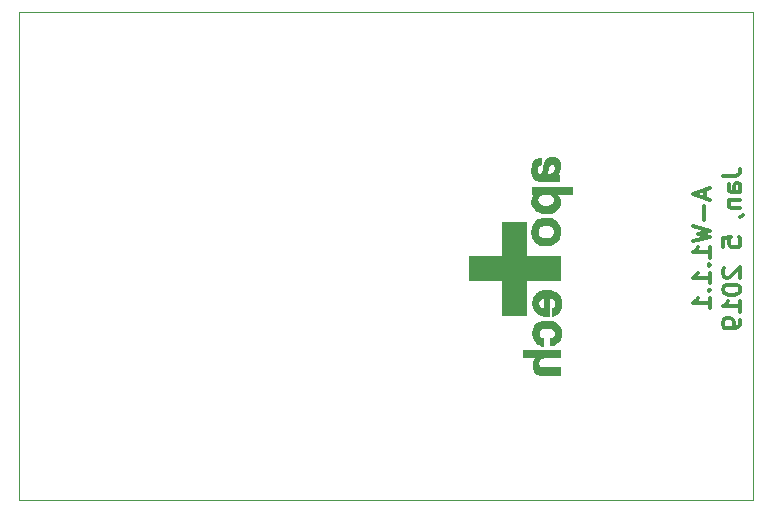
<source format=gbr>
G04 #@! TF.GenerationSoftware,KiCad,Pcbnew,(6.0.0-rc1-dev-1030-g80d50d98b)*
G04 #@! TF.CreationDate,2019-01-07T10:15:23-07:00*
G04 #@! TF.ProjectId,airmed_board_w1.0,6169726D65645F626F6172645F77312E,rev?*
G04 #@! TF.SameCoordinates,Original*
G04 #@! TF.FileFunction,Legend,Bot*
G04 #@! TF.FilePolarity,Positive*
%FSLAX46Y46*%
G04 Gerber Fmt 4.6, Leading zero omitted, Abs format (unit mm)*
G04 Created by KiCad (PCBNEW (6.0.0-rc1-dev-1030-g80d50d98b)) date Monday, January 07, 2019 at 10:15:23 AM*
%MOMM*%
%LPD*%
G01*
G04 APERTURE LIST*
%ADD10C,0.300000*%
%ADD11C,0.050000*%
%ADD12C,0.010000*%
G04 APERTURE END LIST*
D10*
X171618800Y-105540800D02*
X171618800Y-106255085D01*
X172047371Y-105397942D02*
X170547371Y-105897942D01*
X172047371Y-106397942D01*
X171475942Y-106897942D02*
X171475942Y-108040800D01*
X170547371Y-108612228D02*
X172047371Y-108969371D01*
X170975942Y-109255085D01*
X172047371Y-109540800D01*
X170547371Y-109897942D01*
X172047371Y-111255085D02*
X172047371Y-110397942D01*
X172047371Y-110826514D02*
X170547371Y-110826514D01*
X170761657Y-110683657D01*
X170904514Y-110540800D01*
X170975942Y-110397942D01*
X171904514Y-111897942D02*
X171975942Y-111969371D01*
X172047371Y-111897942D01*
X171975942Y-111826514D01*
X171904514Y-111897942D01*
X172047371Y-111897942D01*
X172047371Y-113397942D02*
X172047371Y-112540800D01*
X172047371Y-112969371D02*
X170547371Y-112969371D01*
X170761657Y-112826514D01*
X170904514Y-112683657D01*
X170975942Y-112540800D01*
X171904514Y-114040800D02*
X171975942Y-114112228D01*
X172047371Y-114040800D01*
X171975942Y-113969371D01*
X171904514Y-114040800D01*
X172047371Y-114040800D01*
X172047371Y-115540800D02*
X172047371Y-114683657D01*
X172047371Y-115112228D02*
X170547371Y-115112228D01*
X170761657Y-114969371D01*
X170904514Y-114826514D01*
X170975942Y-114683657D01*
X173097371Y-104326514D02*
X174168800Y-104326514D01*
X174383085Y-104255085D01*
X174525942Y-104112228D01*
X174597371Y-103897942D01*
X174597371Y-103755085D01*
X174597371Y-105683657D02*
X173811657Y-105683657D01*
X173668800Y-105612228D01*
X173597371Y-105469371D01*
X173597371Y-105183657D01*
X173668800Y-105040800D01*
X174525942Y-105683657D02*
X174597371Y-105540800D01*
X174597371Y-105183657D01*
X174525942Y-105040800D01*
X174383085Y-104969371D01*
X174240228Y-104969371D01*
X174097371Y-105040800D01*
X174025942Y-105183657D01*
X174025942Y-105540800D01*
X173954514Y-105683657D01*
X173597371Y-106397942D02*
X174597371Y-106397942D01*
X173740228Y-106397942D02*
X173668800Y-106469371D01*
X173597371Y-106612228D01*
X173597371Y-106826514D01*
X173668800Y-106969371D01*
X173811657Y-107040800D01*
X174597371Y-107040800D01*
X174525942Y-107826514D02*
X174597371Y-107826514D01*
X174740228Y-107755085D01*
X174811657Y-107683657D01*
X173097371Y-110326514D02*
X173097371Y-109612228D01*
X173811657Y-109540800D01*
X173740228Y-109612228D01*
X173668800Y-109755085D01*
X173668800Y-110112228D01*
X173740228Y-110255085D01*
X173811657Y-110326514D01*
X173954514Y-110397942D01*
X174311657Y-110397942D01*
X174454514Y-110326514D01*
X174525942Y-110255085D01*
X174597371Y-110112228D01*
X174597371Y-109755085D01*
X174525942Y-109612228D01*
X174454514Y-109540800D01*
X173240228Y-112112228D02*
X173168800Y-112183657D01*
X173097371Y-112326514D01*
X173097371Y-112683657D01*
X173168800Y-112826514D01*
X173240228Y-112897942D01*
X173383085Y-112969371D01*
X173525942Y-112969371D01*
X173740228Y-112897942D01*
X174597371Y-112040800D01*
X174597371Y-112969371D01*
X173097371Y-113897942D02*
X173097371Y-114040800D01*
X173168800Y-114183657D01*
X173240228Y-114255085D01*
X173383085Y-114326514D01*
X173668800Y-114397942D01*
X174025942Y-114397942D01*
X174311657Y-114326514D01*
X174454514Y-114255085D01*
X174525942Y-114183657D01*
X174597371Y-114040800D01*
X174597371Y-113897942D01*
X174525942Y-113755085D01*
X174454514Y-113683657D01*
X174311657Y-113612228D01*
X174025942Y-113540800D01*
X173668800Y-113540800D01*
X173383085Y-113612228D01*
X173240228Y-113683657D01*
X173168800Y-113755085D01*
X173097371Y-113897942D01*
X174597371Y-115826514D02*
X174597371Y-114969371D01*
X174597371Y-115397942D02*
X173097371Y-115397942D01*
X173311657Y-115255085D01*
X173454514Y-115112228D01*
X173525942Y-114969371D01*
X174597371Y-116540800D02*
X174597371Y-116826514D01*
X174525942Y-116969371D01*
X174454514Y-117040800D01*
X174240228Y-117183657D01*
X173954514Y-117255085D01*
X173383085Y-117255085D01*
X173240228Y-117183657D01*
X173168800Y-117112228D01*
X173097371Y-116969371D01*
X173097371Y-116683657D01*
X173168800Y-116540800D01*
X173240228Y-116469371D01*
X173383085Y-116397942D01*
X173740228Y-116397942D01*
X173883085Y-116469371D01*
X173954514Y-116540800D01*
X174025942Y-116683657D01*
X174025942Y-116969371D01*
X173954514Y-117112228D01*
X173883085Y-117183657D01*
X173740228Y-117255085D01*
D11*
X113487200Y-131826000D02*
X113487200Y-116027200D01*
X175641000Y-131826000D02*
X113487200Y-131826000D01*
X175641000Y-90474800D02*
X175641000Y-131826000D01*
X113487200Y-90474800D02*
X175641000Y-90474800D01*
X113487200Y-91948000D02*
X113487200Y-90474800D01*
X113487200Y-116027200D02*
X113487200Y-91948000D01*
D12*
G04 #@! TO.C,G\002A\002A\002A*
G36*
X154382537Y-113152990D02*
X154382537Y-116080674D01*
X156441274Y-116080674D01*
X156441274Y-113152990D01*
X159315484Y-113152990D01*
X159315484Y-111094253D01*
X156441274Y-111094253D01*
X156441274Y-108260148D01*
X154382537Y-108260148D01*
X154382537Y-111094253D01*
X151588537Y-111094253D01*
X151588537Y-113152990D01*
X154382537Y-113152990D01*
X154382537Y-113152990D01*
G37*
X154382537Y-113152990D02*
X154382537Y-116080674D01*
X156441274Y-116080674D01*
X156441274Y-113152990D01*
X159315484Y-113152990D01*
X159315484Y-111094253D01*
X156441274Y-111094253D01*
X156441274Y-108260148D01*
X154382537Y-108260148D01*
X154382537Y-111094253D01*
X151588537Y-111094253D01*
X151588537Y-113152990D01*
X154382537Y-113152990D01*
G36*
X156895765Y-109175318D02*
X156918775Y-109344296D01*
X156960629Y-109502754D01*
X156981461Y-109558994D01*
X157028706Y-109661074D01*
X157085116Y-109752315D01*
X157156297Y-109840950D01*
X157216810Y-109904749D01*
X157274598Y-109960522D01*
X157324462Y-110002495D01*
X157375645Y-110037367D01*
X157437387Y-110071839D01*
X157470810Y-110088870D01*
X157633843Y-110156999D01*
X157805090Y-110203585D01*
X157981130Y-110228901D01*
X158158541Y-110233222D01*
X158333902Y-110216820D01*
X158503790Y-110179971D01*
X158664785Y-110122946D01*
X158813464Y-110046022D01*
X158917773Y-109973105D01*
X159034802Y-109863195D01*
X159133143Y-109734850D01*
X159211930Y-109589568D01*
X159270298Y-109428846D01*
X159296567Y-109318419D01*
X159307685Y-109235234D01*
X159313504Y-109134793D01*
X159314134Y-109026025D01*
X159309688Y-108917860D01*
X159300274Y-108819225D01*
X159289582Y-108754779D01*
X159241459Y-108586232D01*
X159172032Y-108433623D01*
X159081902Y-108297556D01*
X158971669Y-108178634D01*
X158841932Y-108077463D01*
X158693292Y-107994648D01*
X158526349Y-107930791D01*
X158450641Y-107909701D01*
X158372365Y-107895290D01*
X158275335Y-107885322D01*
X158167170Y-107879870D01*
X158105642Y-107879394D01*
X158105642Y-108512988D01*
X158263925Y-108520115D01*
X158400267Y-108541909D01*
X158515475Y-108578988D01*
X158610356Y-108631970D01*
X158685718Y-108701472D01*
X158742367Y-108788114D01*
X158781111Y-108892512D01*
X158802757Y-109015286D01*
X158805589Y-109048885D01*
X158804448Y-109071729D01*
X158800139Y-109112145D01*
X158793761Y-109160192D01*
X158765742Y-109274680D01*
X158717181Y-109372316D01*
X158648007Y-109453146D01*
X158558149Y-109517218D01*
X158447536Y-109564578D01*
X158316096Y-109595273D01*
X158163758Y-109609349D01*
X158105642Y-109610358D01*
X157946900Y-109602246D01*
X157809178Y-109577828D01*
X157692215Y-109536984D01*
X157595750Y-109479593D01*
X157519520Y-109405533D01*
X157463265Y-109314684D01*
X157462426Y-109312877D01*
X157446449Y-109276596D01*
X157435615Y-109245095D01*
X157428931Y-109211755D01*
X157425406Y-109169958D01*
X157424047Y-109113086D01*
X157423853Y-109055569D01*
X157424228Y-108982809D01*
X157425982Y-108930404D01*
X157430058Y-108891976D01*
X157437397Y-108861144D01*
X157448942Y-108831532D01*
X157460575Y-108807003D01*
X157514022Y-108719461D01*
X157581157Y-108648568D01*
X157663829Y-108593482D01*
X157763887Y-108553359D01*
X157883179Y-108527358D01*
X158023554Y-108514635D01*
X158105642Y-108512988D01*
X158105642Y-107879394D01*
X158055495Y-107879006D01*
X157947929Y-107882804D01*
X157852096Y-107891338D01*
X157781558Y-107903269D01*
X157606795Y-107955485D01*
X157449260Y-108027499D01*
X157309658Y-108118666D01*
X157188695Y-108228343D01*
X157087077Y-108355884D01*
X157005509Y-108500647D01*
X156944697Y-108661986D01*
X156942590Y-108669176D01*
X156907393Y-108831368D01*
X156891878Y-109002212D01*
X156895765Y-109175318D01*
X156895765Y-109175318D01*
G37*
X156895765Y-109175318D02*
X156918775Y-109344296D01*
X156960629Y-109502754D01*
X156981461Y-109558994D01*
X157028706Y-109661074D01*
X157085116Y-109752315D01*
X157156297Y-109840950D01*
X157216810Y-109904749D01*
X157274598Y-109960522D01*
X157324462Y-110002495D01*
X157375645Y-110037367D01*
X157437387Y-110071839D01*
X157470810Y-110088870D01*
X157633843Y-110156999D01*
X157805090Y-110203585D01*
X157981130Y-110228901D01*
X158158541Y-110233222D01*
X158333902Y-110216820D01*
X158503790Y-110179971D01*
X158664785Y-110122946D01*
X158813464Y-110046022D01*
X158917773Y-109973105D01*
X159034802Y-109863195D01*
X159133143Y-109734850D01*
X159211930Y-109589568D01*
X159270298Y-109428846D01*
X159296567Y-109318419D01*
X159307685Y-109235234D01*
X159313504Y-109134793D01*
X159314134Y-109026025D01*
X159309688Y-108917860D01*
X159300274Y-108819225D01*
X159289582Y-108754779D01*
X159241459Y-108586232D01*
X159172032Y-108433623D01*
X159081902Y-108297556D01*
X158971669Y-108178634D01*
X158841932Y-108077463D01*
X158693292Y-107994648D01*
X158526349Y-107930791D01*
X158450641Y-107909701D01*
X158372365Y-107895290D01*
X158275335Y-107885322D01*
X158167170Y-107879870D01*
X158105642Y-107879394D01*
X158105642Y-108512988D01*
X158263925Y-108520115D01*
X158400267Y-108541909D01*
X158515475Y-108578988D01*
X158610356Y-108631970D01*
X158685718Y-108701472D01*
X158742367Y-108788114D01*
X158781111Y-108892512D01*
X158802757Y-109015286D01*
X158805589Y-109048885D01*
X158804448Y-109071729D01*
X158800139Y-109112145D01*
X158793761Y-109160192D01*
X158765742Y-109274680D01*
X158717181Y-109372316D01*
X158648007Y-109453146D01*
X158558149Y-109517218D01*
X158447536Y-109564578D01*
X158316096Y-109595273D01*
X158163758Y-109609349D01*
X158105642Y-109610358D01*
X157946900Y-109602246D01*
X157809178Y-109577828D01*
X157692215Y-109536984D01*
X157595750Y-109479593D01*
X157519520Y-109405533D01*
X157463265Y-109314684D01*
X157462426Y-109312877D01*
X157446449Y-109276596D01*
X157435615Y-109245095D01*
X157428931Y-109211755D01*
X157425406Y-109169958D01*
X157424047Y-109113086D01*
X157423853Y-109055569D01*
X157424228Y-108982809D01*
X157425982Y-108930404D01*
X157430058Y-108891976D01*
X157437397Y-108861144D01*
X157448942Y-108831532D01*
X157460575Y-108807003D01*
X157514022Y-108719461D01*
X157581157Y-108648568D01*
X157663829Y-108593482D01*
X157763887Y-108553359D01*
X157883179Y-108527358D01*
X158023554Y-108514635D01*
X158105642Y-108512988D01*
X158105642Y-107879394D01*
X158055495Y-107879006D01*
X157947929Y-107882804D01*
X157852096Y-107891338D01*
X157781558Y-107903269D01*
X157606795Y-107955485D01*
X157449260Y-108027499D01*
X157309658Y-108118666D01*
X157188695Y-108228343D01*
X157087077Y-108355884D01*
X157005509Y-108500647D01*
X156944697Y-108661986D01*
X156942590Y-108669176D01*
X156907393Y-108831368D01*
X156891878Y-109002212D01*
X156895765Y-109175318D01*
G36*
X156899699Y-104026764D02*
X156922352Y-104173860D01*
X156928820Y-104203411D01*
X156973351Y-104343831D01*
X157037513Y-104467117D01*
X157120338Y-104572228D01*
X157220853Y-104658122D01*
X157338090Y-104723760D01*
X157450590Y-104762962D01*
X157495766Y-104773492D01*
X157547036Y-104782462D01*
X157606556Y-104789961D01*
X157676485Y-104796079D01*
X157758979Y-104800904D01*
X157856196Y-104804525D01*
X157970294Y-104807032D01*
X158103430Y-104808513D01*
X158257761Y-104809059D01*
X158435445Y-104808757D01*
X158546800Y-104808247D01*
X159255326Y-104804411D01*
X159255326Y-104229569D01*
X159158225Y-104209440D01*
X159061123Y-104189310D01*
X159100688Y-104149282D01*
X159149399Y-104089306D01*
X159197607Y-104010764D01*
X159240937Y-103921543D01*
X159271098Y-103841885D01*
X159285121Y-103795706D01*
X159295117Y-103752814D01*
X159301910Y-103706626D01*
X159306323Y-103650557D01*
X159309181Y-103578026D01*
X159310410Y-103527727D01*
X159311379Y-103426872D01*
X159309237Y-103347058D01*
X159303685Y-103282737D01*
X159294421Y-103228361D01*
X159294107Y-103226937D01*
X159253565Y-103096521D01*
X159194163Y-102984826D01*
X159116414Y-102892348D01*
X159020833Y-102819587D01*
X158907934Y-102767039D01*
X158787432Y-102736677D01*
X158718526Y-102730516D01*
X158634499Y-102730859D01*
X158620326Y-102731866D01*
X158620326Y-103349076D01*
X158704691Y-103357026D01*
X158770654Y-103381797D01*
X158819174Y-103424631D01*
X158851212Y-103486769D01*
X158867726Y-103569453D01*
X158869765Y-103671822D01*
X158865997Y-103735713D01*
X158859213Y-103783480D01*
X158846841Y-103825734D01*
X158826311Y-103873084D01*
X158815712Y-103894870D01*
X158752912Y-103995322D01*
X158673207Y-104075494D01*
X158574790Y-104137176D01*
X158566853Y-104140989D01*
X158532289Y-104155922D01*
X158498838Y-104166221D01*
X158459848Y-104172963D01*
X158408670Y-104177229D01*
X158338653Y-104180097D01*
X158322879Y-104180567D01*
X158242262Y-104181804D01*
X158186984Y-104180180D01*
X158157523Y-104175720D01*
X158152432Y-104171542D01*
X158162156Y-104151925D01*
X158164758Y-104150002D01*
X158177361Y-104131006D01*
X158193732Y-104089128D01*
X158212849Y-104027790D01*
X158233691Y-103950415D01*
X158255238Y-103860425D01*
X158266663Y-103808464D01*
X158297244Y-103679913D01*
X158329673Y-103575971D01*
X158365586Y-103494510D01*
X158406621Y-103433404D01*
X158454416Y-103390525D01*
X158510608Y-103363746D01*
X158576836Y-103350940D01*
X158620326Y-103349076D01*
X158620326Y-102731866D01*
X158546013Y-102737148D01*
X158463733Y-102748821D01*
X158433168Y-102755296D01*
X158320021Y-102795774D01*
X158215702Y-102859249D01*
X158124323Y-102942398D01*
X158049993Y-103041901D01*
X158026965Y-103083525D01*
X158001323Y-103138082D01*
X157978942Y-103194758D01*
X157958766Y-103257611D01*
X157939742Y-103330700D01*
X157920815Y-103418084D01*
X157900931Y-103523820D01*
X157879037Y-103651968D01*
X157878535Y-103655007D01*
X157857743Y-103777884D01*
X157839482Y-103877163D01*
X157822757Y-103955752D01*
X157806572Y-104016555D01*
X157789936Y-104062480D01*
X157771852Y-104096432D01*
X157751326Y-104121317D01*
X157727365Y-104140042D01*
X157709004Y-104150532D01*
X157653892Y-104167151D01*
X157590501Y-104168543D01*
X157528945Y-104155856D01*
X157479333Y-104130240D01*
X157471599Y-104123538D01*
X157428279Y-104071723D01*
X157398155Y-104009783D01*
X157379792Y-103933122D01*
X157371757Y-103837147D01*
X157371134Y-103801779D01*
X157372778Y-103719637D01*
X157378313Y-103653016D01*
X157387279Y-103607145D01*
X157388505Y-103603449D01*
X157428893Y-103528597D01*
X157492057Y-103465497D01*
X157576034Y-103415760D01*
X157650389Y-103388515D01*
X157704590Y-103372832D01*
X157708203Y-103087463D01*
X157711816Y-102802095D01*
X157607940Y-102811475D01*
X157462933Y-102836074D01*
X157332449Y-102881942D01*
X157217696Y-102948331D01*
X157119881Y-103034491D01*
X157040215Y-103139674D01*
X157019100Y-103176572D01*
X156971159Y-103287639D01*
X156933807Y-103418099D01*
X156907514Y-103562596D01*
X156892751Y-103715777D01*
X156889989Y-103872284D01*
X156899699Y-104026764D01*
X156899699Y-104026764D01*
G37*
X156899699Y-104026764D02*
X156922352Y-104173860D01*
X156928820Y-104203411D01*
X156973351Y-104343831D01*
X157037513Y-104467117D01*
X157120338Y-104572228D01*
X157220853Y-104658122D01*
X157338090Y-104723760D01*
X157450590Y-104762962D01*
X157495766Y-104773492D01*
X157547036Y-104782462D01*
X157606556Y-104789961D01*
X157676485Y-104796079D01*
X157758979Y-104800904D01*
X157856196Y-104804525D01*
X157970294Y-104807032D01*
X158103430Y-104808513D01*
X158257761Y-104809059D01*
X158435445Y-104808757D01*
X158546800Y-104808247D01*
X159255326Y-104804411D01*
X159255326Y-104229569D01*
X159158225Y-104209440D01*
X159061123Y-104189310D01*
X159100688Y-104149282D01*
X159149399Y-104089306D01*
X159197607Y-104010764D01*
X159240937Y-103921543D01*
X159271098Y-103841885D01*
X159285121Y-103795706D01*
X159295117Y-103752814D01*
X159301910Y-103706626D01*
X159306323Y-103650557D01*
X159309181Y-103578026D01*
X159310410Y-103527727D01*
X159311379Y-103426872D01*
X159309237Y-103347058D01*
X159303685Y-103282737D01*
X159294421Y-103228361D01*
X159294107Y-103226937D01*
X159253565Y-103096521D01*
X159194163Y-102984826D01*
X159116414Y-102892348D01*
X159020833Y-102819587D01*
X158907934Y-102767039D01*
X158787432Y-102736677D01*
X158718526Y-102730516D01*
X158634499Y-102730859D01*
X158620326Y-102731866D01*
X158620326Y-103349076D01*
X158704691Y-103357026D01*
X158770654Y-103381797D01*
X158819174Y-103424631D01*
X158851212Y-103486769D01*
X158867726Y-103569453D01*
X158869765Y-103671822D01*
X158865997Y-103735713D01*
X158859213Y-103783480D01*
X158846841Y-103825734D01*
X158826311Y-103873084D01*
X158815712Y-103894870D01*
X158752912Y-103995322D01*
X158673207Y-104075494D01*
X158574790Y-104137176D01*
X158566853Y-104140989D01*
X158532289Y-104155922D01*
X158498838Y-104166221D01*
X158459848Y-104172963D01*
X158408670Y-104177229D01*
X158338653Y-104180097D01*
X158322879Y-104180567D01*
X158242262Y-104181804D01*
X158186984Y-104180180D01*
X158157523Y-104175720D01*
X158152432Y-104171542D01*
X158162156Y-104151925D01*
X158164758Y-104150002D01*
X158177361Y-104131006D01*
X158193732Y-104089128D01*
X158212849Y-104027790D01*
X158233691Y-103950415D01*
X158255238Y-103860425D01*
X158266663Y-103808464D01*
X158297244Y-103679913D01*
X158329673Y-103575971D01*
X158365586Y-103494510D01*
X158406621Y-103433404D01*
X158454416Y-103390525D01*
X158510608Y-103363746D01*
X158576836Y-103350940D01*
X158620326Y-103349076D01*
X158620326Y-102731866D01*
X158546013Y-102737148D01*
X158463733Y-102748821D01*
X158433168Y-102755296D01*
X158320021Y-102795774D01*
X158215702Y-102859249D01*
X158124323Y-102942398D01*
X158049993Y-103041901D01*
X158026965Y-103083525D01*
X158001323Y-103138082D01*
X157978942Y-103194758D01*
X157958766Y-103257611D01*
X157939742Y-103330700D01*
X157920815Y-103418084D01*
X157900931Y-103523820D01*
X157879037Y-103651968D01*
X157878535Y-103655007D01*
X157857743Y-103777884D01*
X157839482Y-103877163D01*
X157822757Y-103955752D01*
X157806572Y-104016555D01*
X157789936Y-104062480D01*
X157771852Y-104096432D01*
X157751326Y-104121317D01*
X157727365Y-104140042D01*
X157709004Y-104150532D01*
X157653892Y-104167151D01*
X157590501Y-104168543D01*
X157528945Y-104155856D01*
X157479333Y-104130240D01*
X157471599Y-104123538D01*
X157428279Y-104071723D01*
X157398155Y-104009783D01*
X157379792Y-103933122D01*
X157371757Y-103837147D01*
X157371134Y-103801779D01*
X157372778Y-103719637D01*
X157378313Y-103653016D01*
X157387279Y-103607145D01*
X157388505Y-103603449D01*
X157428893Y-103528597D01*
X157492057Y-103465497D01*
X157576034Y-103415760D01*
X157650389Y-103388515D01*
X157704590Y-103372832D01*
X157708203Y-103087463D01*
X157711816Y-102802095D01*
X157607940Y-102811475D01*
X157462933Y-102836074D01*
X157332449Y-102881942D01*
X157217696Y-102948331D01*
X157119881Y-103034491D01*
X157040215Y-103139674D01*
X157019100Y-103176572D01*
X156971159Y-103287639D01*
X156933807Y-103418099D01*
X156907514Y-103562596D01*
X156892751Y-103715777D01*
X156889989Y-103872284D01*
X156899699Y-104026764D01*
G36*
X156203733Y-119392700D02*
X156207326Y-119696832D01*
X156768800Y-119703737D01*
X156887722Y-119705275D01*
X156997370Y-119706839D01*
X157095079Y-119708380D01*
X157178185Y-119709851D01*
X157244023Y-119711200D01*
X157289927Y-119712381D01*
X157313233Y-119713343D01*
X157315445Y-119713763D01*
X157290328Y-119727332D01*
X157254426Y-119756925D01*
X157213042Y-119797214D01*
X157171483Y-119842869D01*
X157135052Y-119888562D01*
X157120540Y-119909567D01*
X157090595Y-119962747D01*
X157059935Y-120028208D01*
X157034853Y-120092428D01*
X157033366Y-120096836D01*
X157018573Y-120143971D01*
X157008469Y-120185394D01*
X157002186Y-120228254D01*
X156998855Y-120279700D01*
X156997607Y-120346881D01*
X156997494Y-120391990D01*
X156998008Y-120470135D01*
X157000075Y-120528623D01*
X157004576Y-120574523D01*
X157012391Y-120614906D01*
X157024401Y-120656842D01*
X157034125Y-120686095D01*
X157087162Y-120807829D01*
X157157635Y-120917623D01*
X157242152Y-121011310D01*
X157337323Y-121084724D01*
X157376714Y-121107022D01*
X157403728Y-121120627D01*
X157429025Y-121132386D01*
X157454699Y-121142448D01*
X157482847Y-121150960D01*
X157515565Y-121158068D01*
X157554948Y-121163921D01*
X157603092Y-121168666D01*
X157662093Y-121172449D01*
X157734046Y-121175420D01*
X157821049Y-121177724D01*
X157925195Y-121179509D01*
X158048582Y-121180923D01*
X158193304Y-121182112D01*
X158361458Y-121183225D01*
X158469932Y-121183890D01*
X159355590Y-121189273D01*
X159355590Y-120560083D01*
X158550142Y-120555767D01*
X158366836Y-120554621D01*
X158208879Y-120553267D01*
X158074885Y-120551671D01*
X157963467Y-120549799D01*
X157873239Y-120547618D01*
X157802813Y-120545095D01*
X157750804Y-120542195D01*
X157715823Y-120538885D01*
X157696486Y-120535132D01*
X157696333Y-120535080D01*
X157613535Y-120494662D01*
X157549870Y-120436369D01*
X157524116Y-120398157D01*
X157509422Y-120369500D01*
X157499773Y-120341792D01*
X157494132Y-120308390D01*
X157491456Y-120262654D01*
X157490706Y-120197944D01*
X157490695Y-120184779D01*
X157491119Y-120117164D01*
X157493197Y-120069370D01*
X157498137Y-120034486D01*
X157507149Y-120005599D01*
X157521439Y-119975797D01*
X157529972Y-119960142D01*
X157591931Y-119872226D01*
X157670495Y-119803523D01*
X157767497Y-119752724D01*
X157861248Y-119723709D01*
X157884915Y-119719156D01*
X157915571Y-119715321D01*
X157955452Y-119712147D01*
X158006795Y-119709579D01*
X158071837Y-119707560D01*
X158152813Y-119706033D01*
X158251961Y-119704940D01*
X158371517Y-119704227D01*
X158513718Y-119703835D01*
X158650405Y-119703714D01*
X159355590Y-119703516D01*
X159355590Y-119088569D01*
X156200140Y-119088569D01*
X156203733Y-119392700D01*
X156203733Y-119392700D01*
G37*
X156203733Y-119392700D02*
X156207326Y-119696832D01*
X156768800Y-119703737D01*
X156887722Y-119705275D01*
X156997370Y-119706839D01*
X157095079Y-119708380D01*
X157178185Y-119709851D01*
X157244023Y-119711200D01*
X157289927Y-119712381D01*
X157313233Y-119713343D01*
X157315445Y-119713763D01*
X157290328Y-119727332D01*
X157254426Y-119756925D01*
X157213042Y-119797214D01*
X157171483Y-119842869D01*
X157135052Y-119888562D01*
X157120540Y-119909567D01*
X157090595Y-119962747D01*
X157059935Y-120028208D01*
X157034853Y-120092428D01*
X157033366Y-120096836D01*
X157018573Y-120143971D01*
X157008469Y-120185394D01*
X157002186Y-120228254D01*
X156998855Y-120279700D01*
X156997607Y-120346881D01*
X156997494Y-120391990D01*
X156998008Y-120470135D01*
X157000075Y-120528623D01*
X157004576Y-120574523D01*
X157012391Y-120614906D01*
X157024401Y-120656842D01*
X157034125Y-120686095D01*
X157087162Y-120807829D01*
X157157635Y-120917623D01*
X157242152Y-121011310D01*
X157337323Y-121084724D01*
X157376714Y-121107022D01*
X157403728Y-121120627D01*
X157429025Y-121132386D01*
X157454699Y-121142448D01*
X157482847Y-121150960D01*
X157515565Y-121158068D01*
X157554948Y-121163921D01*
X157603092Y-121168666D01*
X157662093Y-121172449D01*
X157734046Y-121175420D01*
X157821049Y-121177724D01*
X157925195Y-121179509D01*
X158048582Y-121180923D01*
X158193304Y-121182112D01*
X158361458Y-121183225D01*
X158469932Y-121183890D01*
X159355590Y-121189273D01*
X159355590Y-120560083D01*
X158550142Y-120555767D01*
X158366836Y-120554621D01*
X158208879Y-120553267D01*
X158074885Y-120551671D01*
X157963467Y-120549799D01*
X157873239Y-120547618D01*
X157802813Y-120545095D01*
X157750804Y-120542195D01*
X157715823Y-120538885D01*
X157696486Y-120535132D01*
X157696333Y-120535080D01*
X157613535Y-120494662D01*
X157549870Y-120436369D01*
X157524116Y-120398157D01*
X157509422Y-120369500D01*
X157499773Y-120341792D01*
X157494132Y-120308390D01*
X157491456Y-120262654D01*
X157490706Y-120197944D01*
X157490695Y-120184779D01*
X157491119Y-120117164D01*
X157493197Y-120069370D01*
X157498137Y-120034486D01*
X157507149Y-120005599D01*
X157521439Y-119975797D01*
X157529972Y-119960142D01*
X157591931Y-119872226D01*
X157670495Y-119803523D01*
X157767497Y-119752724D01*
X157861248Y-119723709D01*
X157884915Y-119719156D01*
X157915571Y-119715321D01*
X157955452Y-119712147D01*
X158006795Y-119709579D01*
X158071837Y-119707560D01*
X158152813Y-119706033D01*
X158251961Y-119704940D01*
X158371517Y-119704227D01*
X158513718Y-119703835D01*
X158650405Y-119703714D01*
X159355590Y-119703516D01*
X159355590Y-119088569D01*
X156200140Y-119088569D01*
X156203733Y-119392700D01*
G36*
X157001216Y-117893273D02*
X157037572Y-118051103D01*
X157088873Y-118186200D01*
X157166416Y-118323336D01*
X157261782Y-118440570D01*
X157374826Y-118537796D01*
X157505402Y-118614910D01*
X157653366Y-118671807D01*
X157814879Y-118707818D01*
X157871695Y-118716603D01*
X157871695Y-118088913D01*
X157822301Y-118079647D01*
X157730375Y-118049245D01*
X157647703Y-117996046D01*
X157578607Y-117923531D01*
X157532222Y-117845985D01*
X157517661Y-117808007D01*
X157508948Y-117765982D01*
X157504854Y-117711696D01*
X157504073Y-117658148D01*
X157505000Y-117594562D01*
X157508904Y-117548700D01*
X157517451Y-117511577D01*
X157532305Y-117474214D01*
X157541918Y-117454058D01*
X157595730Y-117374651D01*
X157672276Y-117309172D01*
X157771412Y-117257714D01*
X157892992Y-117220368D01*
X157918035Y-117214993D01*
X157976029Y-117207324D01*
X158052921Y-117202812D01*
X158141072Y-117201355D01*
X158232843Y-117202853D01*
X158320594Y-117207204D01*
X158396687Y-117214307D01*
X158444241Y-117221948D01*
X158571069Y-117258318D01*
X158678415Y-117308845D01*
X158765211Y-117372318D01*
X158830390Y-117447526D01*
X158872887Y-117533258D01*
X158891635Y-117628303D01*
X158886753Y-117724410D01*
X158857975Y-117830718D01*
X158809409Y-117921377D01*
X158742886Y-117994395D01*
X158660236Y-118047778D01*
X158563291Y-118079535D01*
X158559837Y-118080197D01*
X158513379Y-118088913D01*
X158513379Y-118700885D01*
X158543991Y-118700885D01*
X158594244Y-118694824D01*
X158660731Y-118678126D01*
X158736249Y-118653017D01*
X158813592Y-118621721D01*
X158840905Y-118609173D01*
X158975092Y-118530677D01*
X159094861Y-118430459D01*
X159198899Y-118310100D01*
X159285896Y-118171180D01*
X159354539Y-118015280D01*
X159369172Y-117972306D01*
X159384932Y-117905060D01*
X159396543Y-117818922D01*
X159403761Y-117721450D01*
X159406343Y-117620203D01*
X159404044Y-117522737D01*
X159396621Y-117436612D01*
X159388069Y-117386324D01*
X159340679Y-117229657D01*
X159272070Y-117089234D01*
X159182310Y-116965120D01*
X159071468Y-116857382D01*
X158939613Y-116766087D01*
X158786812Y-116691301D01*
X158613135Y-116633090D01*
X158609709Y-116632165D01*
X158565460Y-116620707D01*
X158526121Y-116612047D01*
X158486832Y-116605779D01*
X158442732Y-116601498D01*
X158388959Y-116598800D01*
X158320651Y-116597281D01*
X158232949Y-116596535D01*
X158179168Y-116596322D01*
X158078145Y-116596245D01*
X157999085Y-116596961D01*
X157937221Y-116598799D01*
X157887784Y-116602087D01*
X157846005Y-116607154D01*
X157807115Y-116614329D01*
X157766345Y-116623940D01*
X157761848Y-116625081D01*
X157596686Y-116677178D01*
X157453219Y-116744029D01*
X157330328Y-116826444D01*
X157226894Y-116925232D01*
X157141800Y-117041202D01*
X157110607Y-117096484D01*
X157050256Y-117239321D01*
X157009036Y-117395680D01*
X156987053Y-117560300D01*
X156984411Y-117727918D01*
X157001216Y-117893273D01*
X157001216Y-117893273D01*
G37*
X157001216Y-117893273D02*
X157037572Y-118051103D01*
X157088873Y-118186200D01*
X157166416Y-118323336D01*
X157261782Y-118440570D01*
X157374826Y-118537796D01*
X157505402Y-118614910D01*
X157653366Y-118671807D01*
X157814879Y-118707818D01*
X157871695Y-118716603D01*
X157871695Y-118088913D01*
X157822301Y-118079647D01*
X157730375Y-118049245D01*
X157647703Y-117996046D01*
X157578607Y-117923531D01*
X157532222Y-117845985D01*
X157517661Y-117808007D01*
X157508948Y-117765982D01*
X157504854Y-117711696D01*
X157504073Y-117658148D01*
X157505000Y-117594562D01*
X157508904Y-117548700D01*
X157517451Y-117511577D01*
X157532305Y-117474214D01*
X157541918Y-117454058D01*
X157595730Y-117374651D01*
X157672276Y-117309172D01*
X157771412Y-117257714D01*
X157892992Y-117220368D01*
X157918035Y-117214993D01*
X157976029Y-117207324D01*
X158052921Y-117202812D01*
X158141072Y-117201355D01*
X158232843Y-117202853D01*
X158320594Y-117207204D01*
X158396687Y-117214307D01*
X158444241Y-117221948D01*
X158571069Y-117258318D01*
X158678415Y-117308845D01*
X158765211Y-117372318D01*
X158830390Y-117447526D01*
X158872887Y-117533258D01*
X158891635Y-117628303D01*
X158886753Y-117724410D01*
X158857975Y-117830718D01*
X158809409Y-117921377D01*
X158742886Y-117994395D01*
X158660236Y-118047778D01*
X158563291Y-118079535D01*
X158559837Y-118080197D01*
X158513379Y-118088913D01*
X158513379Y-118700885D01*
X158543991Y-118700885D01*
X158594244Y-118694824D01*
X158660731Y-118678126D01*
X158736249Y-118653017D01*
X158813592Y-118621721D01*
X158840905Y-118609173D01*
X158975092Y-118530677D01*
X159094861Y-118430459D01*
X159198899Y-118310100D01*
X159285896Y-118171180D01*
X159354539Y-118015280D01*
X159369172Y-117972306D01*
X159384932Y-117905060D01*
X159396543Y-117818922D01*
X159403761Y-117721450D01*
X159406343Y-117620203D01*
X159404044Y-117522737D01*
X159396621Y-117436612D01*
X159388069Y-117386324D01*
X159340679Y-117229657D01*
X159272070Y-117089234D01*
X159182310Y-116965120D01*
X159071468Y-116857382D01*
X158939613Y-116766087D01*
X158786812Y-116691301D01*
X158613135Y-116633090D01*
X158609709Y-116632165D01*
X158565460Y-116620707D01*
X158526121Y-116612047D01*
X158486832Y-116605779D01*
X158442732Y-116601498D01*
X158388959Y-116598800D01*
X158320651Y-116597281D01*
X158232949Y-116596535D01*
X158179168Y-116596322D01*
X158078145Y-116596245D01*
X157999085Y-116596961D01*
X157937221Y-116598799D01*
X157887784Y-116602087D01*
X157846005Y-116607154D01*
X157807115Y-116614329D01*
X157766345Y-116623940D01*
X157761848Y-116625081D01*
X157596686Y-116677178D01*
X157453219Y-116744029D01*
X157330328Y-116826444D01*
X157226894Y-116925232D01*
X157141800Y-117041202D01*
X157110607Y-117096484D01*
X157050256Y-117239321D01*
X157009036Y-117395680D01*
X156987053Y-117560300D01*
X156984411Y-117727918D01*
X157001216Y-117893273D01*
G36*
X156999274Y-115350693D02*
X157037715Y-115509066D01*
X157098128Y-115652660D01*
X157180104Y-115780907D01*
X157283231Y-115893236D01*
X157407098Y-115989079D01*
X157551294Y-116067865D01*
X157715409Y-116129025D01*
X157831942Y-116158922D01*
X157888209Y-116169454D01*
X157957017Y-116179868D01*
X158033115Y-116189648D01*
X158111253Y-116198279D01*
X158186180Y-116205245D01*
X158252646Y-116210031D01*
X158305400Y-116212122D01*
X158339190Y-116211002D01*
X158346523Y-116209428D01*
X158350714Y-116205089D01*
X158354282Y-116194245D01*
X158357275Y-116174951D01*
X158359742Y-116145264D01*
X158361730Y-116103239D01*
X158363288Y-116046934D01*
X158364464Y-115974404D01*
X158365306Y-115883705D01*
X158365864Y-115772894D01*
X158366184Y-115640026D01*
X158366316Y-115483159D01*
X158366326Y-115411853D01*
X158366326Y-114621878D01*
X158429826Y-114631134D01*
X158561057Y-114661264D01*
X158675655Y-114710639D01*
X158772191Y-114778553D01*
X158815583Y-114821869D01*
X158867843Y-114897962D01*
X158902339Y-114984854D01*
X158919723Y-115078184D01*
X158920646Y-115173589D01*
X158905759Y-115266708D01*
X158875714Y-115353178D01*
X158831160Y-115428637D01*
X158772750Y-115488724D01*
X158710563Y-115525355D01*
X158660432Y-115546296D01*
X158660432Y-116177152D01*
X158697195Y-116168385D01*
X158745001Y-116152392D01*
X158807293Y-116125117D01*
X158876511Y-116090404D01*
X158945091Y-116052094D01*
X159005472Y-116014028D01*
X159017490Y-116005651D01*
X159112684Y-115923958D01*
X159200871Y-115821880D01*
X159277867Y-115705622D01*
X159339490Y-115581386D01*
X159377130Y-115472411D01*
X159387749Y-115416839D01*
X159395923Y-115341380D01*
X159401509Y-115252784D01*
X159404361Y-115157800D01*
X159404336Y-115063178D01*
X159401289Y-114975669D01*
X159395076Y-114902023D01*
X159390039Y-114868714D01*
X159347215Y-114700684D01*
X159285774Y-114551396D01*
X159205451Y-114420623D01*
X159105985Y-114308140D01*
X158987111Y-114213719D01*
X158848565Y-114137136D01*
X158690085Y-114078164D01*
X158511406Y-114036576D01*
X158401755Y-114020719D01*
X158295223Y-114012555D01*
X158177243Y-114010644D01*
X158056148Y-114014607D01*
X157965274Y-114022023D01*
X157965274Y-114646529D01*
X157965274Y-115576119D01*
X157897302Y-115567102D01*
X157786866Y-115542239D01*
X157692221Y-115497962D01*
X157608661Y-115432024D01*
X157603223Y-115426657D01*
X157544048Y-115356930D01*
X157505154Y-115283614D01*
X157483888Y-115199907D01*
X157477597Y-115104498D01*
X157479249Y-115045409D01*
X157486594Y-114999778D01*
X157502647Y-114954461D01*
X157521048Y-114915142D01*
X157550451Y-114863489D01*
X157584513Y-114815397D01*
X157613994Y-114783111D01*
X157675074Y-114739419D01*
X157750307Y-114700051D01*
X157828637Y-114670033D01*
X157896629Y-114654659D01*
X157965274Y-114646529D01*
X157965274Y-114022023D01*
X157940267Y-114024065D01*
X157837932Y-114038641D01*
X157791484Y-114048445D01*
X157729836Y-114066732D01*
X157655846Y-114093503D01*
X157580700Y-114124530D01*
X157538244Y-114144143D01*
X157471609Y-114178008D01*
X157419584Y-114208977D01*
X157373518Y-114243284D01*
X157324765Y-114287163D01*
X157283753Y-114327568D01*
X157186728Y-114438207D01*
X157110663Y-114555498D01*
X157053771Y-114683485D01*
X157014265Y-114826209D01*
X156990356Y-114987713D01*
X156989955Y-114991892D01*
X156983217Y-115178112D01*
X156999274Y-115350693D01*
X156999274Y-115350693D01*
G37*
X156999274Y-115350693D02*
X157037715Y-115509066D01*
X157098128Y-115652660D01*
X157180104Y-115780907D01*
X157283231Y-115893236D01*
X157407098Y-115989079D01*
X157551294Y-116067865D01*
X157715409Y-116129025D01*
X157831942Y-116158922D01*
X157888209Y-116169454D01*
X157957017Y-116179868D01*
X158033115Y-116189648D01*
X158111253Y-116198279D01*
X158186180Y-116205245D01*
X158252646Y-116210031D01*
X158305400Y-116212122D01*
X158339190Y-116211002D01*
X158346523Y-116209428D01*
X158350714Y-116205089D01*
X158354282Y-116194245D01*
X158357275Y-116174951D01*
X158359742Y-116145264D01*
X158361730Y-116103239D01*
X158363288Y-116046934D01*
X158364464Y-115974404D01*
X158365306Y-115883705D01*
X158365864Y-115772894D01*
X158366184Y-115640026D01*
X158366316Y-115483159D01*
X158366326Y-115411853D01*
X158366326Y-114621878D01*
X158429826Y-114631134D01*
X158561057Y-114661264D01*
X158675655Y-114710639D01*
X158772191Y-114778553D01*
X158815583Y-114821869D01*
X158867843Y-114897962D01*
X158902339Y-114984854D01*
X158919723Y-115078184D01*
X158920646Y-115173589D01*
X158905759Y-115266708D01*
X158875714Y-115353178D01*
X158831160Y-115428637D01*
X158772750Y-115488724D01*
X158710563Y-115525355D01*
X158660432Y-115546296D01*
X158660432Y-116177152D01*
X158697195Y-116168385D01*
X158745001Y-116152392D01*
X158807293Y-116125117D01*
X158876511Y-116090404D01*
X158945091Y-116052094D01*
X159005472Y-116014028D01*
X159017490Y-116005651D01*
X159112684Y-115923958D01*
X159200871Y-115821880D01*
X159277867Y-115705622D01*
X159339490Y-115581386D01*
X159377130Y-115472411D01*
X159387749Y-115416839D01*
X159395923Y-115341380D01*
X159401509Y-115252784D01*
X159404361Y-115157800D01*
X159404336Y-115063178D01*
X159401289Y-114975669D01*
X159395076Y-114902023D01*
X159390039Y-114868714D01*
X159347215Y-114700684D01*
X159285774Y-114551396D01*
X159205451Y-114420623D01*
X159105985Y-114308140D01*
X158987111Y-114213719D01*
X158848565Y-114137136D01*
X158690085Y-114078164D01*
X158511406Y-114036576D01*
X158401755Y-114020719D01*
X158295223Y-114012555D01*
X158177243Y-114010644D01*
X158056148Y-114014607D01*
X157965274Y-114022023D01*
X157965274Y-114646529D01*
X157965274Y-115576119D01*
X157897302Y-115567102D01*
X157786866Y-115542239D01*
X157692221Y-115497962D01*
X157608661Y-115432024D01*
X157603223Y-115426657D01*
X157544048Y-115356930D01*
X157505154Y-115283614D01*
X157483888Y-115199907D01*
X157477597Y-115104498D01*
X157479249Y-115045409D01*
X157486594Y-114999778D01*
X157502647Y-114954461D01*
X157521048Y-114915142D01*
X157550451Y-114863489D01*
X157584513Y-114815397D01*
X157613994Y-114783111D01*
X157675074Y-114739419D01*
X157750307Y-114700051D01*
X157828637Y-114670033D01*
X157896629Y-114654659D01*
X157965274Y-114646529D01*
X157965274Y-114022023D01*
X157940267Y-114024065D01*
X157837932Y-114038641D01*
X157791484Y-114048445D01*
X157729836Y-114066732D01*
X157655846Y-114093503D01*
X157580700Y-114124530D01*
X157538244Y-114144143D01*
X157471609Y-114178008D01*
X157419584Y-114208977D01*
X157373518Y-114243284D01*
X157324765Y-114287163D01*
X157283753Y-114327568D01*
X157186728Y-114438207D01*
X157110663Y-114555498D01*
X157053771Y-114683485D01*
X157014265Y-114826209D01*
X156990356Y-114987713D01*
X156989955Y-114991892D01*
X156983217Y-115178112D01*
X156999274Y-115350693D01*
G36*
X156904543Y-106657266D02*
X156939588Y-106807611D01*
X156997813Y-106945697D01*
X157078524Y-107070671D01*
X157181026Y-107181679D01*
X157304626Y-107277868D01*
X157448630Y-107358382D01*
X157612344Y-107422370D01*
X157657800Y-107436122D01*
X157811042Y-107470476D01*
X157977892Y-107491296D01*
X158148521Y-107497916D01*
X158313099Y-107489670D01*
X158362017Y-107483900D01*
X158548728Y-107448374D01*
X158717045Y-107395415D01*
X158866336Y-107325460D01*
X158995967Y-107238947D01*
X159105306Y-107136314D01*
X159193721Y-107017999D01*
X159260579Y-106884440D01*
X159272040Y-106853881D01*
X159294483Y-106768849D01*
X159309072Y-106668081D01*
X159315340Y-106561145D01*
X159312820Y-106457607D01*
X159301046Y-106367034D01*
X159296724Y-106348026D01*
X159248723Y-106211242D01*
X159177267Y-106084527D01*
X159084973Y-105972024D01*
X159023456Y-105915357D01*
X158965376Y-105867200D01*
X160344853Y-105867200D01*
X160344853Y-105265621D01*
X158099553Y-105265621D01*
X158099553Y-105852722D01*
X158195244Y-105856510D01*
X158283150Y-105864357D01*
X158346353Y-105874325D01*
X158475713Y-105910903D01*
X158583578Y-105962647D01*
X158669680Y-106029341D01*
X158733751Y-106110770D01*
X158775521Y-106206715D01*
X158780422Y-106224598D01*
X158787674Y-106277485D01*
X158788822Y-106346300D01*
X158784472Y-106421090D01*
X158775228Y-106491902D01*
X158761695Y-106548782D01*
X158760508Y-106552254D01*
X158722524Y-106625883D01*
X158664448Y-106695776D01*
X158592748Y-106755155D01*
X158535679Y-106787892D01*
X158471438Y-106815700D01*
X158410665Y-106835964D01*
X158347114Y-106849761D01*
X158274540Y-106858167D01*
X158186696Y-106862258D01*
X158098958Y-106863148D01*
X157983159Y-106860709D01*
X157887939Y-106852459D01*
X157807505Y-106836994D01*
X157736064Y-106812912D01*
X157667824Y-106778810D01*
X157615750Y-106746144D01*
X157526943Y-106672964D01*
X157461298Y-106590514D01*
X157418087Y-106501522D01*
X157396577Y-106408718D01*
X157396040Y-106314828D01*
X157415744Y-106222582D01*
X157454960Y-106134708D01*
X157512956Y-106053934D01*
X157589003Y-105982990D01*
X157682370Y-105924602D01*
X157792327Y-105881500D01*
X157851093Y-105866979D01*
X157918945Y-105857830D01*
X158004609Y-105853120D01*
X158099553Y-105852722D01*
X158099553Y-105265621D01*
X156949274Y-105265621D01*
X156949274Y-105853832D01*
X157223326Y-105854128D01*
X157176537Y-105889880D01*
X157075502Y-105981232D01*
X156997414Y-106084011D01*
X156941552Y-106199754D01*
X156907200Y-106329998D01*
X156893638Y-106476278D01*
X156893370Y-106495516D01*
X156904543Y-106657266D01*
X156904543Y-106657266D01*
G37*
X156904543Y-106657266D02*
X156939588Y-106807611D01*
X156997813Y-106945697D01*
X157078524Y-107070671D01*
X157181026Y-107181679D01*
X157304626Y-107277868D01*
X157448630Y-107358382D01*
X157612344Y-107422370D01*
X157657800Y-107436122D01*
X157811042Y-107470476D01*
X157977892Y-107491296D01*
X158148521Y-107497916D01*
X158313099Y-107489670D01*
X158362017Y-107483900D01*
X158548728Y-107448374D01*
X158717045Y-107395415D01*
X158866336Y-107325460D01*
X158995967Y-107238947D01*
X159105306Y-107136314D01*
X159193721Y-107017999D01*
X159260579Y-106884440D01*
X159272040Y-106853881D01*
X159294483Y-106768849D01*
X159309072Y-106668081D01*
X159315340Y-106561145D01*
X159312820Y-106457607D01*
X159301046Y-106367034D01*
X159296724Y-106348026D01*
X159248723Y-106211242D01*
X159177267Y-106084527D01*
X159084973Y-105972024D01*
X159023456Y-105915357D01*
X158965376Y-105867200D01*
X160344853Y-105867200D01*
X160344853Y-105265621D01*
X158099553Y-105265621D01*
X158099553Y-105852722D01*
X158195244Y-105856510D01*
X158283150Y-105864357D01*
X158346353Y-105874325D01*
X158475713Y-105910903D01*
X158583578Y-105962647D01*
X158669680Y-106029341D01*
X158733751Y-106110770D01*
X158775521Y-106206715D01*
X158780422Y-106224598D01*
X158787674Y-106277485D01*
X158788822Y-106346300D01*
X158784472Y-106421090D01*
X158775228Y-106491902D01*
X158761695Y-106548782D01*
X158760508Y-106552254D01*
X158722524Y-106625883D01*
X158664448Y-106695776D01*
X158592748Y-106755155D01*
X158535679Y-106787892D01*
X158471438Y-106815700D01*
X158410665Y-106835964D01*
X158347114Y-106849761D01*
X158274540Y-106858167D01*
X158186696Y-106862258D01*
X158098958Y-106863148D01*
X157983159Y-106860709D01*
X157887939Y-106852459D01*
X157807505Y-106836994D01*
X157736064Y-106812912D01*
X157667824Y-106778810D01*
X157615750Y-106746144D01*
X157526943Y-106672964D01*
X157461298Y-106590514D01*
X157418087Y-106501522D01*
X157396577Y-106408718D01*
X157396040Y-106314828D01*
X157415744Y-106222582D01*
X157454960Y-106134708D01*
X157512956Y-106053934D01*
X157589003Y-105982990D01*
X157682370Y-105924602D01*
X157792327Y-105881500D01*
X157851093Y-105866979D01*
X157918945Y-105857830D01*
X158004609Y-105853120D01*
X158099553Y-105852722D01*
X158099553Y-105265621D01*
X156949274Y-105265621D01*
X156949274Y-105853832D01*
X157223326Y-105854128D01*
X157176537Y-105889880D01*
X157075502Y-105981232D01*
X156997414Y-106084011D01*
X156941552Y-106199754D01*
X156907200Y-106329998D01*
X156893638Y-106476278D01*
X156893370Y-106495516D01*
X156904543Y-106657266D01*
G04 #@! TD*
M02*

</source>
